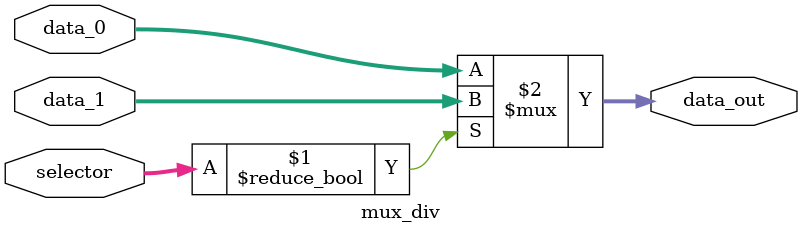
<source format=v>

module mux_div(
    input wire [1:0] selector,
    input wire [31:0] data_0,
    input wire [31:0] data_1,
    output wire [31:0] data_out
);

    assign data_out = (selector) ? data_1 : data_0;

endmodule
</source>
